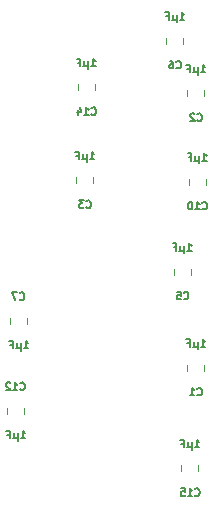
<source format=gbo>
%TF.GenerationSoftware,KiCad,Pcbnew,7.0.5*%
%TF.CreationDate,2024-02-15T21:39:51+02:00*%
%TF.ProjectId,HCP65 MPU NMI,48435036-3520-44d5-9055-204e4d492e6b,V0*%
%TF.SameCoordinates,PX54c81a0PY37b6b20*%
%TF.FileFunction,Legend,Bot*%
%TF.FilePolarity,Positive*%
%FSLAX46Y46*%
G04 Gerber Fmt 4.6, Leading zero omitted, Abs format (unit mm)*
G04 Created by KiCad (PCBNEW 7.0.5) date 2024-02-15 21:39:51*
%MOMM*%
%LPD*%
G01*
G04 APERTURE LIST*
%ADD10C,0.150000*%
%ADD11C,0.120000*%
G04 APERTURE END LIST*
D10*
%TO.C,C15*%
X19358214Y-35574486D02*
X19388452Y-35604725D01*
X19388452Y-35604725D02*
X19479166Y-35634963D01*
X19479166Y-35634963D02*
X19539642Y-35634963D01*
X19539642Y-35634963D02*
X19630357Y-35604725D01*
X19630357Y-35604725D02*
X19690833Y-35544248D01*
X19690833Y-35544248D02*
X19721071Y-35483772D01*
X19721071Y-35483772D02*
X19751309Y-35362820D01*
X19751309Y-35362820D02*
X19751309Y-35272105D01*
X19751309Y-35272105D02*
X19721071Y-35151153D01*
X19721071Y-35151153D02*
X19690833Y-35090677D01*
X19690833Y-35090677D02*
X19630357Y-35030201D01*
X19630357Y-35030201D02*
X19539642Y-34999963D01*
X19539642Y-34999963D02*
X19479166Y-34999963D01*
X19479166Y-34999963D02*
X19388452Y-35030201D01*
X19388452Y-35030201D02*
X19358214Y-35060439D01*
X18753452Y-35634963D02*
X19116309Y-35634963D01*
X18934881Y-35634963D02*
X18934881Y-34999963D01*
X18934881Y-34999963D02*
X18995357Y-35090677D01*
X18995357Y-35090677D02*
X19055833Y-35151153D01*
X19055833Y-35151153D02*
X19116309Y-35181391D01*
X18178928Y-34999963D02*
X18481309Y-34999963D01*
X18481309Y-34999963D02*
X18511547Y-35302344D01*
X18511547Y-35302344D02*
X18481309Y-35272105D01*
X18481309Y-35272105D02*
X18420833Y-35241867D01*
X18420833Y-35241867D02*
X18269642Y-35241867D01*
X18269642Y-35241867D02*
X18209166Y-35272105D01*
X18209166Y-35272105D02*
X18178928Y-35302344D01*
X18178928Y-35302344D02*
X18148690Y-35362820D01*
X18148690Y-35362820D02*
X18148690Y-35514010D01*
X18148690Y-35514010D02*
X18178928Y-35574486D01*
X18178928Y-35574486D02*
X18209166Y-35604725D01*
X18209166Y-35604725D02*
X18269642Y-35634963D01*
X18269642Y-35634963D02*
X18420833Y-35634963D01*
X18420833Y-35634963D02*
X18481309Y-35604725D01*
X18481309Y-35604725D02*
X18511547Y-35574486D01*
X19346333Y-31527963D02*
X19709190Y-31527963D01*
X19527762Y-31527963D02*
X19527762Y-30892963D01*
X19527762Y-30892963D02*
X19588238Y-30983677D01*
X19588238Y-30983677D02*
X19648714Y-31044153D01*
X19648714Y-31044153D02*
X19709190Y-31074391D01*
X19074190Y-31104629D02*
X19074190Y-31739629D01*
X18771809Y-31437248D02*
X18741571Y-31497725D01*
X18741571Y-31497725D02*
X18681095Y-31527963D01*
X19074190Y-31437248D02*
X19043952Y-31497725D01*
X19043952Y-31497725D02*
X18983476Y-31527963D01*
X18983476Y-31527963D02*
X18862523Y-31527963D01*
X18862523Y-31527963D02*
X18802047Y-31497725D01*
X18802047Y-31497725D02*
X18771809Y-31437248D01*
X18771809Y-31437248D02*
X18771809Y-31104629D01*
X18197285Y-31195344D02*
X18408952Y-31195344D01*
X18408952Y-31527963D02*
X18408952Y-30892963D01*
X18408952Y-30892963D02*
X18106571Y-30892963D01*
%TO.C,C5*%
X18420833Y-18937486D02*
X18451071Y-18967725D01*
X18451071Y-18967725D02*
X18541785Y-18997963D01*
X18541785Y-18997963D02*
X18602261Y-18997963D01*
X18602261Y-18997963D02*
X18692976Y-18967725D01*
X18692976Y-18967725D02*
X18753452Y-18907248D01*
X18753452Y-18907248D02*
X18783690Y-18846772D01*
X18783690Y-18846772D02*
X18813928Y-18725820D01*
X18813928Y-18725820D02*
X18813928Y-18635105D01*
X18813928Y-18635105D02*
X18783690Y-18514153D01*
X18783690Y-18514153D02*
X18753452Y-18453677D01*
X18753452Y-18453677D02*
X18692976Y-18393201D01*
X18692976Y-18393201D02*
X18602261Y-18362963D01*
X18602261Y-18362963D02*
X18541785Y-18362963D01*
X18541785Y-18362963D02*
X18451071Y-18393201D01*
X18451071Y-18393201D02*
X18420833Y-18423439D01*
X17846309Y-18362963D02*
X18148690Y-18362963D01*
X18148690Y-18362963D02*
X18178928Y-18665344D01*
X18178928Y-18665344D02*
X18148690Y-18635105D01*
X18148690Y-18635105D02*
X18088214Y-18604867D01*
X18088214Y-18604867D02*
X17937023Y-18604867D01*
X17937023Y-18604867D02*
X17876547Y-18635105D01*
X17876547Y-18635105D02*
X17846309Y-18665344D01*
X17846309Y-18665344D02*
X17816071Y-18725820D01*
X17816071Y-18725820D02*
X17816071Y-18877010D01*
X17816071Y-18877010D02*
X17846309Y-18937486D01*
X17846309Y-18937486D02*
X17876547Y-18967725D01*
X17876547Y-18967725D02*
X17937023Y-18997963D01*
X17937023Y-18997963D02*
X18088214Y-18997963D01*
X18088214Y-18997963D02*
X18148690Y-18967725D01*
X18148690Y-18967725D02*
X18178928Y-18937486D01*
X18711333Y-14890963D02*
X19074190Y-14890963D01*
X18892762Y-14890963D02*
X18892762Y-14255963D01*
X18892762Y-14255963D02*
X18953238Y-14346677D01*
X18953238Y-14346677D02*
X19013714Y-14407153D01*
X19013714Y-14407153D02*
X19074190Y-14437391D01*
X18439190Y-14467629D02*
X18439190Y-15102629D01*
X18136809Y-14800248D02*
X18106571Y-14860725D01*
X18106571Y-14860725D02*
X18046095Y-14890963D01*
X18439190Y-14800248D02*
X18408952Y-14860725D01*
X18408952Y-14860725D02*
X18348476Y-14890963D01*
X18348476Y-14890963D02*
X18227523Y-14890963D01*
X18227523Y-14890963D02*
X18167047Y-14860725D01*
X18167047Y-14860725D02*
X18136809Y-14800248D01*
X18136809Y-14800248D02*
X18136809Y-14467629D01*
X17562285Y-14558344D02*
X17773952Y-14558344D01*
X17773952Y-14890963D02*
X17773952Y-14255963D01*
X17773952Y-14255963D02*
X17471571Y-14255963D01*
%TO.C,C10*%
X19993214Y-11317486D02*
X20023452Y-11347725D01*
X20023452Y-11347725D02*
X20114166Y-11377963D01*
X20114166Y-11377963D02*
X20174642Y-11377963D01*
X20174642Y-11377963D02*
X20265357Y-11347725D01*
X20265357Y-11347725D02*
X20325833Y-11287248D01*
X20325833Y-11287248D02*
X20356071Y-11226772D01*
X20356071Y-11226772D02*
X20386309Y-11105820D01*
X20386309Y-11105820D02*
X20386309Y-11015105D01*
X20386309Y-11015105D02*
X20356071Y-10894153D01*
X20356071Y-10894153D02*
X20325833Y-10833677D01*
X20325833Y-10833677D02*
X20265357Y-10773201D01*
X20265357Y-10773201D02*
X20174642Y-10742963D01*
X20174642Y-10742963D02*
X20114166Y-10742963D01*
X20114166Y-10742963D02*
X20023452Y-10773201D01*
X20023452Y-10773201D02*
X19993214Y-10803439D01*
X19388452Y-11377963D02*
X19751309Y-11377963D01*
X19569881Y-11377963D02*
X19569881Y-10742963D01*
X19569881Y-10742963D02*
X19630357Y-10833677D01*
X19630357Y-10833677D02*
X19690833Y-10894153D01*
X19690833Y-10894153D02*
X19751309Y-10924391D01*
X18995357Y-10742963D02*
X18934880Y-10742963D01*
X18934880Y-10742963D02*
X18874404Y-10773201D01*
X18874404Y-10773201D02*
X18844166Y-10803439D01*
X18844166Y-10803439D02*
X18813928Y-10863915D01*
X18813928Y-10863915D02*
X18783690Y-10984867D01*
X18783690Y-10984867D02*
X18783690Y-11136058D01*
X18783690Y-11136058D02*
X18813928Y-11257010D01*
X18813928Y-11257010D02*
X18844166Y-11317486D01*
X18844166Y-11317486D02*
X18874404Y-11347725D01*
X18874404Y-11347725D02*
X18934880Y-11377963D01*
X18934880Y-11377963D02*
X18995357Y-11377963D01*
X18995357Y-11377963D02*
X19055833Y-11347725D01*
X19055833Y-11347725D02*
X19086071Y-11317486D01*
X19086071Y-11317486D02*
X19116309Y-11257010D01*
X19116309Y-11257010D02*
X19146547Y-11136058D01*
X19146547Y-11136058D02*
X19146547Y-10984867D01*
X19146547Y-10984867D02*
X19116309Y-10863915D01*
X19116309Y-10863915D02*
X19086071Y-10803439D01*
X19086071Y-10803439D02*
X19055833Y-10773201D01*
X19055833Y-10773201D02*
X18995357Y-10742963D01*
X19981333Y-7270963D02*
X20344190Y-7270963D01*
X20162762Y-7270963D02*
X20162762Y-6635963D01*
X20162762Y-6635963D02*
X20223238Y-6726677D01*
X20223238Y-6726677D02*
X20283714Y-6787153D01*
X20283714Y-6787153D02*
X20344190Y-6817391D01*
X19709190Y-6847629D02*
X19709190Y-7482629D01*
X19406809Y-7180248D02*
X19376571Y-7240725D01*
X19376571Y-7240725D02*
X19316095Y-7270963D01*
X19709190Y-7180248D02*
X19678952Y-7240725D01*
X19678952Y-7240725D02*
X19618476Y-7270963D01*
X19618476Y-7270963D02*
X19497523Y-7270963D01*
X19497523Y-7270963D02*
X19437047Y-7240725D01*
X19437047Y-7240725D02*
X19406809Y-7180248D01*
X19406809Y-7180248D02*
X19406809Y-6847629D01*
X18832285Y-6938344D02*
X19043952Y-6938344D01*
X19043952Y-7270963D02*
X19043952Y-6635963D01*
X19043952Y-6635963D02*
X18741571Y-6635963D01*
%TO.C,C1*%
X19563833Y-27065486D02*
X19594071Y-27095725D01*
X19594071Y-27095725D02*
X19684785Y-27125963D01*
X19684785Y-27125963D02*
X19745261Y-27125963D01*
X19745261Y-27125963D02*
X19835976Y-27095725D01*
X19835976Y-27095725D02*
X19896452Y-27035248D01*
X19896452Y-27035248D02*
X19926690Y-26974772D01*
X19926690Y-26974772D02*
X19956928Y-26853820D01*
X19956928Y-26853820D02*
X19956928Y-26763105D01*
X19956928Y-26763105D02*
X19926690Y-26642153D01*
X19926690Y-26642153D02*
X19896452Y-26581677D01*
X19896452Y-26581677D02*
X19835976Y-26521201D01*
X19835976Y-26521201D02*
X19745261Y-26490963D01*
X19745261Y-26490963D02*
X19684785Y-26490963D01*
X19684785Y-26490963D02*
X19594071Y-26521201D01*
X19594071Y-26521201D02*
X19563833Y-26551439D01*
X18959071Y-27125963D02*
X19321928Y-27125963D01*
X19140500Y-27125963D02*
X19140500Y-26490963D01*
X19140500Y-26490963D02*
X19200976Y-26581677D01*
X19200976Y-26581677D02*
X19261452Y-26642153D01*
X19261452Y-26642153D02*
X19321928Y-26672391D01*
X19854333Y-23018963D02*
X20217190Y-23018963D01*
X20035762Y-23018963D02*
X20035762Y-22383963D01*
X20035762Y-22383963D02*
X20096238Y-22474677D01*
X20096238Y-22474677D02*
X20156714Y-22535153D01*
X20156714Y-22535153D02*
X20217190Y-22565391D01*
X19582190Y-22595629D02*
X19582190Y-23230629D01*
X19279809Y-22928248D02*
X19249571Y-22988725D01*
X19249571Y-22988725D02*
X19189095Y-23018963D01*
X19582190Y-22928248D02*
X19551952Y-22988725D01*
X19551952Y-22988725D02*
X19491476Y-23018963D01*
X19491476Y-23018963D02*
X19370523Y-23018963D01*
X19370523Y-23018963D02*
X19310047Y-22988725D01*
X19310047Y-22988725D02*
X19279809Y-22928248D01*
X19279809Y-22928248D02*
X19279809Y-22595629D01*
X18705285Y-22686344D02*
X18916952Y-22686344D01*
X18916952Y-23018963D02*
X18916952Y-22383963D01*
X18916952Y-22383963D02*
X18614571Y-22383963D01*
%TO.C,C2*%
X19563833Y-3824486D02*
X19594071Y-3854725D01*
X19594071Y-3854725D02*
X19684785Y-3884963D01*
X19684785Y-3884963D02*
X19745261Y-3884963D01*
X19745261Y-3884963D02*
X19835976Y-3854725D01*
X19835976Y-3854725D02*
X19896452Y-3794248D01*
X19896452Y-3794248D02*
X19926690Y-3733772D01*
X19926690Y-3733772D02*
X19956928Y-3612820D01*
X19956928Y-3612820D02*
X19956928Y-3522105D01*
X19956928Y-3522105D02*
X19926690Y-3401153D01*
X19926690Y-3401153D02*
X19896452Y-3340677D01*
X19896452Y-3340677D02*
X19835976Y-3280201D01*
X19835976Y-3280201D02*
X19745261Y-3249963D01*
X19745261Y-3249963D02*
X19684785Y-3249963D01*
X19684785Y-3249963D02*
X19594071Y-3280201D01*
X19594071Y-3280201D02*
X19563833Y-3310439D01*
X19321928Y-3310439D02*
X19291690Y-3280201D01*
X19291690Y-3280201D02*
X19231214Y-3249963D01*
X19231214Y-3249963D02*
X19080023Y-3249963D01*
X19080023Y-3249963D02*
X19019547Y-3280201D01*
X19019547Y-3280201D02*
X18989309Y-3310439D01*
X18989309Y-3310439D02*
X18959071Y-3370915D01*
X18959071Y-3370915D02*
X18959071Y-3431391D01*
X18959071Y-3431391D02*
X18989309Y-3522105D01*
X18989309Y-3522105D02*
X19352166Y-3884963D01*
X19352166Y-3884963D02*
X18959071Y-3884963D01*
X19854333Y222037D02*
X20217190Y222037D01*
X20035762Y222037D02*
X20035762Y857037D01*
X20035762Y857037D02*
X20096238Y766323D01*
X20096238Y766323D02*
X20156714Y705847D01*
X20156714Y705847D02*
X20217190Y675609D01*
X19582190Y645371D02*
X19582190Y10371D01*
X19279809Y312752D02*
X19249571Y252275D01*
X19249571Y252275D02*
X19189095Y222037D01*
X19582190Y312752D02*
X19551952Y252275D01*
X19551952Y252275D02*
X19491476Y222037D01*
X19491476Y222037D02*
X19370523Y222037D01*
X19370523Y222037D02*
X19310047Y252275D01*
X19310047Y252275D02*
X19279809Y312752D01*
X19279809Y312752D02*
X19279809Y645371D01*
X18705285Y554656D02*
X18916952Y554656D01*
X18916952Y222037D02*
X18916952Y857037D01*
X18916952Y857037D02*
X18614571Y857037D01*
%TO.C,C6*%
X17785833Y620514D02*
X17816071Y590275D01*
X17816071Y590275D02*
X17906785Y560037D01*
X17906785Y560037D02*
X17967261Y560037D01*
X17967261Y560037D02*
X18057976Y590275D01*
X18057976Y590275D02*
X18118452Y650752D01*
X18118452Y650752D02*
X18148690Y711228D01*
X18148690Y711228D02*
X18178928Y832180D01*
X18178928Y832180D02*
X18178928Y922895D01*
X18178928Y922895D02*
X18148690Y1043847D01*
X18148690Y1043847D02*
X18118452Y1104323D01*
X18118452Y1104323D02*
X18057976Y1164799D01*
X18057976Y1164799D02*
X17967261Y1195037D01*
X17967261Y1195037D02*
X17906785Y1195037D01*
X17906785Y1195037D02*
X17816071Y1164799D01*
X17816071Y1164799D02*
X17785833Y1134561D01*
X17241547Y1195037D02*
X17362500Y1195037D01*
X17362500Y1195037D02*
X17422976Y1164799D01*
X17422976Y1164799D02*
X17453214Y1134561D01*
X17453214Y1134561D02*
X17513690Y1043847D01*
X17513690Y1043847D02*
X17543928Y922895D01*
X17543928Y922895D02*
X17543928Y680990D01*
X17543928Y680990D02*
X17513690Y620514D01*
X17513690Y620514D02*
X17483452Y590275D01*
X17483452Y590275D02*
X17422976Y560037D01*
X17422976Y560037D02*
X17302023Y560037D01*
X17302023Y560037D02*
X17241547Y590275D01*
X17241547Y590275D02*
X17211309Y620514D01*
X17211309Y620514D02*
X17181071Y680990D01*
X17181071Y680990D02*
X17181071Y832180D01*
X17181071Y832180D02*
X17211309Y892656D01*
X17211309Y892656D02*
X17241547Y922895D01*
X17241547Y922895D02*
X17302023Y953133D01*
X17302023Y953133D02*
X17422976Y953133D01*
X17422976Y953133D02*
X17483452Y922895D01*
X17483452Y922895D02*
X17513690Y892656D01*
X17513690Y892656D02*
X17543928Y832180D01*
X18076333Y4667037D02*
X18439190Y4667037D01*
X18257762Y4667037D02*
X18257762Y5302037D01*
X18257762Y5302037D02*
X18318238Y5211323D01*
X18318238Y5211323D02*
X18378714Y5150847D01*
X18378714Y5150847D02*
X18439190Y5120609D01*
X17804190Y5090371D02*
X17804190Y4455371D01*
X17501809Y4757752D02*
X17471571Y4697275D01*
X17471571Y4697275D02*
X17411095Y4667037D01*
X17804190Y4757752D02*
X17773952Y4697275D01*
X17773952Y4697275D02*
X17713476Y4667037D01*
X17713476Y4667037D02*
X17592523Y4667037D01*
X17592523Y4667037D02*
X17532047Y4697275D01*
X17532047Y4697275D02*
X17501809Y4757752D01*
X17501809Y4757752D02*
X17501809Y5090371D01*
X16927285Y4999656D02*
X17138952Y4999656D01*
X17138952Y4667037D02*
X17138952Y5302037D01*
X17138952Y5302037D02*
X16836571Y5302037D01*
%TO.C,C3*%
X10165833Y-11190486D02*
X10196071Y-11220725D01*
X10196071Y-11220725D02*
X10286785Y-11250963D01*
X10286785Y-11250963D02*
X10347261Y-11250963D01*
X10347261Y-11250963D02*
X10437976Y-11220725D01*
X10437976Y-11220725D02*
X10498452Y-11160248D01*
X10498452Y-11160248D02*
X10528690Y-11099772D01*
X10528690Y-11099772D02*
X10558928Y-10978820D01*
X10558928Y-10978820D02*
X10558928Y-10888105D01*
X10558928Y-10888105D02*
X10528690Y-10767153D01*
X10528690Y-10767153D02*
X10498452Y-10706677D01*
X10498452Y-10706677D02*
X10437976Y-10646201D01*
X10437976Y-10646201D02*
X10347261Y-10615963D01*
X10347261Y-10615963D02*
X10286785Y-10615963D01*
X10286785Y-10615963D02*
X10196071Y-10646201D01*
X10196071Y-10646201D02*
X10165833Y-10676439D01*
X9954166Y-10615963D02*
X9561071Y-10615963D01*
X9561071Y-10615963D02*
X9772738Y-10857867D01*
X9772738Y-10857867D02*
X9682023Y-10857867D01*
X9682023Y-10857867D02*
X9621547Y-10888105D01*
X9621547Y-10888105D02*
X9591309Y-10918344D01*
X9591309Y-10918344D02*
X9561071Y-10978820D01*
X9561071Y-10978820D02*
X9561071Y-11130010D01*
X9561071Y-11130010D02*
X9591309Y-11190486D01*
X9591309Y-11190486D02*
X9621547Y-11220725D01*
X9621547Y-11220725D02*
X9682023Y-11250963D01*
X9682023Y-11250963D02*
X9863452Y-11250963D01*
X9863452Y-11250963D02*
X9923928Y-11220725D01*
X9923928Y-11220725D02*
X9954166Y-11190486D01*
X10456333Y-7143963D02*
X10819190Y-7143963D01*
X10637762Y-7143963D02*
X10637762Y-6508963D01*
X10637762Y-6508963D02*
X10698238Y-6599677D01*
X10698238Y-6599677D02*
X10758714Y-6660153D01*
X10758714Y-6660153D02*
X10819190Y-6690391D01*
X10184190Y-6720629D02*
X10184190Y-7355629D01*
X9881809Y-7053248D02*
X9851571Y-7113725D01*
X9851571Y-7113725D02*
X9791095Y-7143963D01*
X10184190Y-7053248D02*
X10153952Y-7113725D01*
X10153952Y-7113725D02*
X10093476Y-7143963D01*
X10093476Y-7143963D02*
X9972523Y-7143963D01*
X9972523Y-7143963D02*
X9912047Y-7113725D01*
X9912047Y-7113725D02*
X9881809Y-7053248D01*
X9881809Y-7053248D02*
X9881809Y-6720629D01*
X9307285Y-6811344D02*
X9518952Y-6811344D01*
X9518952Y-7143963D02*
X9518952Y-6508963D01*
X9518952Y-6508963D02*
X9216571Y-6508963D01*
%TO.C,C14*%
X10595214Y-3316486D02*
X10625452Y-3346725D01*
X10625452Y-3346725D02*
X10716166Y-3376963D01*
X10716166Y-3376963D02*
X10776642Y-3376963D01*
X10776642Y-3376963D02*
X10867357Y-3346725D01*
X10867357Y-3346725D02*
X10927833Y-3286248D01*
X10927833Y-3286248D02*
X10958071Y-3225772D01*
X10958071Y-3225772D02*
X10988309Y-3104820D01*
X10988309Y-3104820D02*
X10988309Y-3014105D01*
X10988309Y-3014105D02*
X10958071Y-2893153D01*
X10958071Y-2893153D02*
X10927833Y-2832677D01*
X10927833Y-2832677D02*
X10867357Y-2772201D01*
X10867357Y-2772201D02*
X10776642Y-2741963D01*
X10776642Y-2741963D02*
X10716166Y-2741963D01*
X10716166Y-2741963D02*
X10625452Y-2772201D01*
X10625452Y-2772201D02*
X10595214Y-2802439D01*
X9990452Y-3376963D02*
X10353309Y-3376963D01*
X10171881Y-3376963D02*
X10171881Y-2741963D01*
X10171881Y-2741963D02*
X10232357Y-2832677D01*
X10232357Y-2832677D02*
X10292833Y-2893153D01*
X10292833Y-2893153D02*
X10353309Y-2923391D01*
X9446166Y-2953629D02*
X9446166Y-3376963D01*
X9597357Y-2711725D02*
X9748547Y-3165296D01*
X9748547Y-3165296D02*
X9355452Y-3165296D01*
X10583333Y730037D02*
X10946190Y730037D01*
X10764762Y730037D02*
X10764762Y1365037D01*
X10764762Y1365037D02*
X10825238Y1274323D01*
X10825238Y1274323D02*
X10885714Y1213847D01*
X10885714Y1213847D02*
X10946190Y1183609D01*
X10311190Y1153371D02*
X10311190Y518371D01*
X10008809Y820752D02*
X9978571Y760275D01*
X9978571Y760275D02*
X9918095Y730037D01*
X10311190Y820752D02*
X10280952Y760275D01*
X10280952Y760275D02*
X10220476Y730037D01*
X10220476Y730037D02*
X10099523Y730037D01*
X10099523Y730037D02*
X10039047Y760275D01*
X10039047Y760275D02*
X10008809Y820752D01*
X10008809Y820752D02*
X10008809Y1153371D01*
X9434285Y1062656D02*
X9645952Y1062656D01*
X9645952Y730037D02*
X9645952Y1365037D01*
X9645952Y1365037D02*
X9343571Y1365037D01*
%TO.C,C7*%
X4523833Y-18978486D02*
X4554071Y-19008725D01*
X4554071Y-19008725D02*
X4644785Y-19038963D01*
X4644785Y-19038963D02*
X4705261Y-19038963D01*
X4705261Y-19038963D02*
X4795976Y-19008725D01*
X4795976Y-19008725D02*
X4856452Y-18948248D01*
X4856452Y-18948248D02*
X4886690Y-18887772D01*
X4886690Y-18887772D02*
X4916928Y-18766820D01*
X4916928Y-18766820D02*
X4916928Y-18676105D01*
X4916928Y-18676105D02*
X4886690Y-18555153D01*
X4886690Y-18555153D02*
X4856452Y-18494677D01*
X4856452Y-18494677D02*
X4795976Y-18434201D01*
X4795976Y-18434201D02*
X4705261Y-18403963D01*
X4705261Y-18403963D02*
X4644785Y-18403963D01*
X4644785Y-18403963D02*
X4554071Y-18434201D01*
X4554071Y-18434201D02*
X4523833Y-18464439D01*
X4312166Y-18403963D02*
X3888833Y-18403963D01*
X3888833Y-18403963D02*
X4160976Y-19038963D01*
X4868333Y-23145963D02*
X5231190Y-23145963D01*
X5049762Y-23145963D02*
X5049762Y-22510963D01*
X5049762Y-22510963D02*
X5110238Y-22601677D01*
X5110238Y-22601677D02*
X5170714Y-22662153D01*
X5170714Y-22662153D02*
X5231190Y-22692391D01*
X4596190Y-22722629D02*
X4596190Y-23357629D01*
X4293809Y-23055248D02*
X4263571Y-23115725D01*
X4263571Y-23115725D02*
X4203095Y-23145963D01*
X4596190Y-23055248D02*
X4565952Y-23115725D01*
X4565952Y-23115725D02*
X4505476Y-23145963D01*
X4505476Y-23145963D02*
X4384523Y-23145963D01*
X4384523Y-23145963D02*
X4324047Y-23115725D01*
X4324047Y-23115725D02*
X4293809Y-23055248D01*
X4293809Y-23055248D02*
X4293809Y-22722629D01*
X3719285Y-22813344D02*
X3930952Y-22813344D01*
X3930952Y-23145963D02*
X3930952Y-22510963D01*
X3930952Y-22510963D02*
X3628571Y-22510963D01*
%TO.C,C12*%
X4572214Y-26598486D02*
X4602452Y-26628725D01*
X4602452Y-26628725D02*
X4693166Y-26658963D01*
X4693166Y-26658963D02*
X4753642Y-26658963D01*
X4753642Y-26658963D02*
X4844357Y-26628725D01*
X4844357Y-26628725D02*
X4904833Y-26568248D01*
X4904833Y-26568248D02*
X4935071Y-26507772D01*
X4935071Y-26507772D02*
X4965309Y-26386820D01*
X4965309Y-26386820D02*
X4965309Y-26296105D01*
X4965309Y-26296105D02*
X4935071Y-26175153D01*
X4935071Y-26175153D02*
X4904833Y-26114677D01*
X4904833Y-26114677D02*
X4844357Y-26054201D01*
X4844357Y-26054201D02*
X4753642Y-26023963D01*
X4753642Y-26023963D02*
X4693166Y-26023963D01*
X4693166Y-26023963D02*
X4602452Y-26054201D01*
X4602452Y-26054201D02*
X4572214Y-26084439D01*
X3967452Y-26658963D02*
X4330309Y-26658963D01*
X4148881Y-26658963D02*
X4148881Y-26023963D01*
X4148881Y-26023963D02*
X4209357Y-26114677D01*
X4209357Y-26114677D02*
X4269833Y-26175153D01*
X4269833Y-26175153D02*
X4330309Y-26205391D01*
X3725547Y-26084439D02*
X3695309Y-26054201D01*
X3695309Y-26054201D02*
X3634833Y-26023963D01*
X3634833Y-26023963D02*
X3483642Y-26023963D01*
X3483642Y-26023963D02*
X3423166Y-26054201D01*
X3423166Y-26054201D02*
X3392928Y-26084439D01*
X3392928Y-26084439D02*
X3362690Y-26144915D01*
X3362690Y-26144915D02*
X3362690Y-26205391D01*
X3362690Y-26205391D02*
X3392928Y-26296105D01*
X3392928Y-26296105D02*
X3755785Y-26658963D01*
X3755785Y-26658963D02*
X3362690Y-26658963D01*
X4614333Y-30765963D02*
X4977190Y-30765963D01*
X4795762Y-30765963D02*
X4795762Y-30130963D01*
X4795762Y-30130963D02*
X4856238Y-30221677D01*
X4856238Y-30221677D02*
X4916714Y-30282153D01*
X4916714Y-30282153D02*
X4977190Y-30312391D01*
X4342190Y-30342629D02*
X4342190Y-30977629D01*
X4039809Y-30675248D02*
X4009571Y-30735725D01*
X4009571Y-30735725D02*
X3949095Y-30765963D01*
X4342190Y-30675248D02*
X4311952Y-30735725D01*
X4311952Y-30735725D02*
X4251476Y-30765963D01*
X4251476Y-30765963D02*
X4130523Y-30765963D01*
X4130523Y-30765963D02*
X4070047Y-30735725D01*
X4070047Y-30735725D02*
X4039809Y-30675248D01*
X4039809Y-30675248D02*
X4039809Y-30342629D01*
X3465285Y-30433344D02*
X3676952Y-30433344D01*
X3676952Y-30765963D02*
X3676952Y-30130963D01*
X3676952Y-30130963D02*
X3374571Y-30130963D01*
D11*
%TO.C,C15*%
X18188000Y-33028748D02*
X18188000Y-33551252D01*
X19658000Y-33028748D02*
X19658000Y-33551252D01*
%TO.C,C5*%
X17553000Y-16391748D02*
X17553000Y-16914252D01*
X19023000Y-16391748D02*
X19023000Y-16914252D01*
%TO.C,C10*%
X18823000Y-8771748D02*
X18823000Y-9294252D01*
X20293000Y-8771748D02*
X20293000Y-9294252D01*
%TO.C,C1*%
X18696000Y-24519748D02*
X18696000Y-25042252D01*
X20166000Y-24519748D02*
X20166000Y-25042252D01*
%TO.C,C2*%
X18696000Y-1278748D02*
X18696000Y-1801252D01*
X20166000Y-1278748D02*
X20166000Y-1801252D01*
%TO.C,C6*%
X16918000Y3166252D02*
X16918000Y2643748D01*
X18388000Y3166252D02*
X18388000Y2643748D01*
%TO.C,C3*%
X9298000Y-8644748D02*
X9298000Y-9167252D01*
X10768000Y-8644748D02*
X10768000Y-9167252D01*
%TO.C,C14*%
X9425000Y-770748D02*
X9425000Y-1293252D01*
X10895000Y-770748D02*
X10895000Y-1293252D01*
%TO.C,C7*%
X5180000Y-21073252D02*
X5180000Y-20550748D01*
X3710000Y-21073252D02*
X3710000Y-20550748D01*
%TO.C,C12*%
X4926000Y-28693252D02*
X4926000Y-28170748D01*
X3456000Y-28693252D02*
X3456000Y-28170748D01*
%TD*%
M02*

</source>
